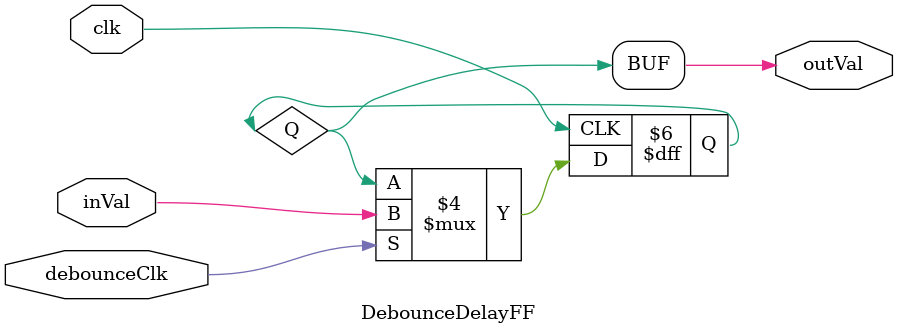
<source format=v>
`timescale 1ns / 1ps
module ButtonFunctionallity(
    input clk,
    input [3:0]btnIn,
    output [3:0]mode
    );
    wire A,B,C,D;
    ButtonInterface btnUp(clk, btnIn[3],A);
    ButtonInterface btnLeft(clk, btnIn[2],B);
    ButtonInterface btnRight(clk, btnIn[1],C);
    ButtonInterface btnDown(clk, btnIn[0],D);
    
    
    
    reg[3:0] result; //0:null, 1:push, 2:del...
    assign mode=result;
  
    always @(posedge clk) begin
        case({A,B,C,D})
        4'b0000: result <=4'b0000;
        4'b0001: result <=4'b0001;
        4'b0010: result <=4'b0010;
        4'b1000: result <= 4'b1000;
        4'b1001: result <= 4'b1001;
        4'b1010: result <= 4'b1010;
        4'b0100: result <= 4'b0100;
        4'b0101: result <= 4'b0101;
        4'b0110: result <= 4'b0110;
        4'b1100: result <=4'b1100;
        4'b1101: result <= 4'b1101;
        4'b1110: result <= 4'b1110;
        default: result <= 4'b0000;
        endcase
        
    end
    
endmodule





module ButtonInterface(
    input clk, inVal,
    output outVal
    );
wire debounceClk;
wire Q1,Q2,Q0;
clkDivFF u1(clk,debounceClk);
//DebounceDelayFF d0(clk,debounceClk,inVal,Q0);

DebounceDelayFF d1(clk,debounceClk,inVal,Q1);
DebounceDelayFF d2(clk,debounceClk,Q1,Q2);

assign outVal = Q1 & ~Q2;
endmodule
// Slow clock enable for debouncing button 
module clkDivFF(input clk,output debounceClk);
    reg [25:0]count=0;
    always @(posedge clk)
    begin
       count <= (count>=250_000)?26'b0:count+26'b1;
    end
    assign debounceClk = (count == 250_000)?1'b1:1'b0;
endmodule
// D-flip-flop with clock enable signal for debouncing module 
module DebounceDelayFF(input clk, debounceClk,inVal,
    output outVal
    );
    reg Q=0;
    assign outVal=Q;
    always @ (posedge clk) begin
        if(debounceClk==1) Q <= inVal;
         end
endmodule 



    
</source>
